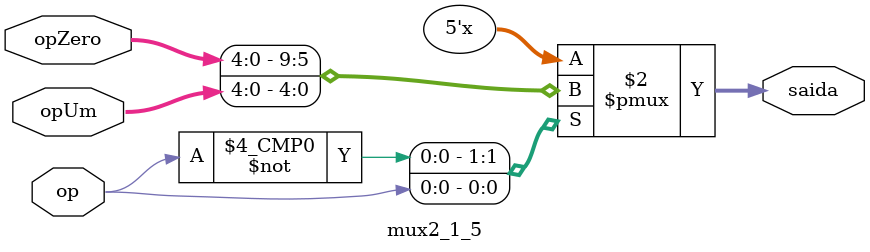
<source format=v>
module mux2_1_5(
	input[4:0] opZero,
	input[4:0] opUm,
	input op,
	output reg[4:0] saida
);

always @(*)
begin
	case(op)
	1'b0:
		saida = opZero;
	1'b1:
		saida = opUm;	
	endcase
end

endmodule
</source>
